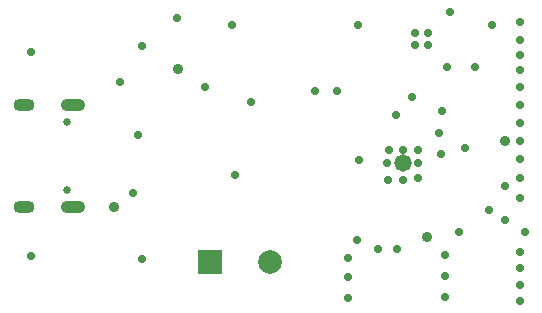
<source format=gbs>
%FSTAX23Y23*%
%MOIN*%
%SFA1B1*%

%IPPOS*%
%AMD54*
4,1,8,0.041300,0.000000,0.041300,0.000000,0.021700,0.019700,-0.021700,0.019700,-0.041300,0.000000,-0.041300,0.000000,-0.021700,-0.019700,0.021700,-0.019700,0.041300,0.000000,0.0*
1,1,0.039370,0.021700,0.000000*
1,1,0.039370,0.021700,0.000000*
1,1,0.039370,-0.021700,0.000000*
1,1,0.039370,-0.021700,0.000000*
%
%AMD55*
4,1,8,0.035400,0.000000,0.035400,0.000000,0.015700,0.019700,-0.015700,0.019700,-0.035400,0.000000,-0.035400,0.000000,-0.015700,-0.019700,0.015700,-0.019700,0.035400,0.000000,0.0*
1,1,0.039370,0.015700,0.000000*
1,1,0.039370,0.015700,0.000000*
1,1,0.039370,-0.015700,0.000000*
1,1,0.039370,-0.015700,0.000000*
%
%ADD53C,0.025591*%
G04~CAMADD=54~8~0.0~0.0~393.7~826.8~196.9~0.0~15~0.0~0.0~0.0~0.0~0~0.0~0.0~0.0~0.0~0~0.0~0.0~0.0~270.0~828.0~394.0*
%ADD54D54*%
G04~CAMADD=55~8~0.0~0.0~393.7~708.7~196.9~0.0~15~0.0~0.0~0.0~0.0~0~0.0~0.0~0.0~0.0~0~0.0~0.0~0.0~270.0~707.0~393.0*
%ADD55D55*%
%ADD60C,0.028000*%
%ADD80C,0.078866*%
%ADD81R,0.078866X0.078866*%
%ADD82C,0.027685*%
%ADD83C,0.036000*%
%ADD84C,0.058000*%
%LNpcb-1*%
%LPD*%
G54D53*
X00189Y00406D03*
Y00633D03*
G54D54*
X00208Y00349D03*
Y0069D03*
G54D55*
X00044Y00349D03*
Y0069D03*
G54D60*
X0165Y0042D03*
X017Y0038D03*
X0165Y00305D03*
X017Y002D03*
X01715Y00265D03*
X0116Y00955D03*
X01161Y00506D03*
X01257Y00495D03*
X01263Y0054D03*
X01258Y0044D03*
X01605Y00955D03*
X01465Y01D03*
X01455Y00815D03*
X0144Y0067D03*
X0155Y00815D03*
X01435Y00525D03*
X0143Y00595D03*
X0134Y00715D03*
X0065Y0075D03*
X017Y00965D03*
Y00035D03*
Y0009D03*
Y00145D03*
Y00905D03*
Y00855D03*
Y00805D03*
Y0075D03*
Y0069D03*
Y0063D03*
Y0057D03*
Y0051D03*
X01595Y0034D03*
X01308Y0044D03*
X01358Y00445D03*
Y00495D03*
Y0054D03*
X01308D03*
X017Y00445D03*
X00425Y0059D03*
X0041Y00395D03*
X00365Y00765D03*
X01015Y00735D03*
X01515Y00545D03*
X01495Y00265D03*
X0109Y00735D03*
X0074Y00955D03*
X00555Y0098D03*
X0007Y00865D03*
Y00185D03*
X0075Y00455D03*
X01155Y0024D03*
X01285Y00655D03*
X0044Y00175D03*
Y00885D03*
X00803Y00698D03*
X0129Y0021D03*
X01125Y0018D03*
Y00115D03*
Y00045D03*
X0145Y0019D03*
Y0012D03*
Y0005D03*
X01225Y0021D03*
G54D80*
X00865Y00165D03*
G54D81*
X00665Y00165D03*
G54D82*
X01391Y00931D03*
Y00888D03*
X01348D03*
Y00931D03*
G54D83*
X0056Y0081D03*
X0165Y0057D03*
X0139Y0025D03*
X00345Y0035D03*
G54D84*
X0131Y00495D03*
M02*
</source>
